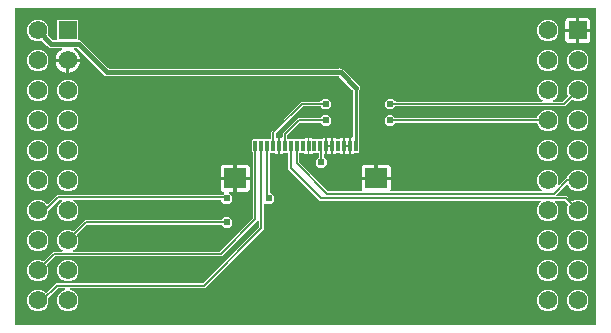
<source format=gbr>
G04 EAGLE Gerber RS-274X export*
G75*
%MOMM*%
%FSLAX34Y34*%
%LPD*%
%INTop Copper*%
%IPPOS*%
%AMOC8*
5,1,8,0,0,1.08239X$1,22.5*%
G01*
%ADD10R,1.575000X1.575000*%
%ADD11C,1.575000*%
%ADD12R,1.940000X1.800000*%
%ADD13R,0.300000X0.900000*%
%ADD14C,0.152400*%
%ADD15C,0.610000*%
%ADD16C,0.406400*%
%ADD17C,0.254000*%

G36*
X493937Y2004D02*
X493937Y2004D01*
X493957Y2002D01*
X494058Y2024D01*
X494160Y2040D01*
X494178Y2050D01*
X494197Y2054D01*
X494286Y2107D01*
X494377Y2156D01*
X494391Y2170D01*
X494408Y2180D01*
X494476Y2259D01*
X494547Y2334D01*
X494555Y2352D01*
X494568Y2367D01*
X494607Y2463D01*
X494650Y2557D01*
X494653Y2577D01*
X494660Y2595D01*
X494678Y2762D01*
X494678Y270062D01*
X494675Y270082D01*
X494677Y270101D01*
X494655Y270203D01*
X494639Y270305D01*
X494629Y270322D01*
X494625Y270342D01*
X494572Y270431D01*
X494524Y270522D01*
X494509Y270536D01*
X494499Y270553D01*
X494420Y270620D01*
X494345Y270691D01*
X494327Y270700D01*
X494312Y270713D01*
X494216Y270752D01*
X494122Y270795D01*
X494102Y270797D01*
X494084Y270805D01*
X493917Y270823D01*
X2762Y270823D01*
X2742Y270820D01*
X2723Y270822D01*
X2621Y270800D01*
X2519Y270783D01*
X2502Y270774D01*
X2482Y270770D01*
X2393Y270717D01*
X2302Y270668D01*
X2288Y270654D01*
X2271Y270644D01*
X2204Y270565D01*
X2132Y270490D01*
X2124Y270472D01*
X2111Y270457D01*
X2072Y270361D01*
X2029Y270267D01*
X2027Y270247D01*
X2019Y270229D01*
X2001Y270062D01*
X2001Y2762D01*
X2004Y2742D01*
X2002Y2723D01*
X2024Y2621D01*
X2040Y2519D01*
X2050Y2502D01*
X2054Y2482D01*
X2107Y2393D01*
X2156Y2302D01*
X2170Y2288D01*
X2180Y2271D01*
X2259Y2204D01*
X2334Y2132D01*
X2352Y2124D01*
X2367Y2111D01*
X2463Y2072D01*
X2557Y2029D01*
X2577Y2027D01*
X2595Y2019D01*
X2762Y2001D01*
X493917Y2001D01*
X493937Y2004D01*
G37*
%LPC*%
G36*
X19771Y13714D02*
X19771Y13714D01*
X16409Y15107D01*
X13837Y17679D01*
X12444Y21041D01*
X12444Y24679D01*
X13837Y28041D01*
X16409Y30613D01*
X19771Y32006D01*
X23409Y32006D01*
X26771Y30613D01*
X27966Y29418D01*
X27982Y29406D01*
X27995Y29391D01*
X28082Y29335D01*
X28166Y29274D01*
X28185Y29269D01*
X28202Y29258D01*
X28302Y29232D01*
X28401Y29202D01*
X28421Y29203D01*
X28440Y29198D01*
X28543Y29206D01*
X28647Y29208D01*
X28666Y29215D01*
X28685Y29217D01*
X28780Y29257D01*
X28878Y29293D01*
X28893Y29305D01*
X28912Y29313D01*
X29043Y29418D01*
X35551Y35926D01*
X36964Y37340D01*
X161150Y37340D01*
X161240Y37354D01*
X161331Y37362D01*
X161360Y37374D01*
X161392Y37379D01*
X161473Y37422D01*
X161557Y37458D01*
X161589Y37484D01*
X161610Y37495D01*
X161632Y37518D01*
X161688Y37563D01*
X208750Y84625D01*
X208803Y84699D01*
X208863Y84768D01*
X208875Y84798D01*
X208894Y84825D01*
X208920Y84912D01*
X208955Y84996D01*
X208959Y85037D01*
X208966Y85060D01*
X208965Y85092D01*
X208973Y85163D01*
X208973Y89961D01*
X208962Y90031D01*
X208960Y90103D01*
X208942Y90152D01*
X208933Y90203D01*
X208900Y90267D01*
X208875Y90334D01*
X208843Y90375D01*
X208818Y90421D01*
X208766Y90470D01*
X208722Y90526D01*
X208678Y90554D01*
X208640Y90590D01*
X208575Y90620D01*
X208515Y90659D01*
X208464Y90672D01*
X208417Y90694D01*
X208346Y90702D01*
X208276Y90719D01*
X208224Y90715D01*
X208172Y90721D01*
X208102Y90706D01*
X208031Y90700D01*
X207983Y90680D01*
X207932Y90669D01*
X207870Y90632D01*
X207805Y90604D01*
X207749Y90559D01*
X207721Y90542D01*
X207706Y90525D01*
X207674Y90499D01*
X206531Y89356D01*
X177372Y60197D01*
X36717Y60197D01*
X36627Y60183D01*
X36536Y60175D01*
X36507Y60163D01*
X36475Y60158D01*
X36394Y60115D01*
X36310Y60079D01*
X36278Y60053D01*
X36257Y60042D01*
X36235Y60019D01*
X36179Y59974D01*
X29791Y53587D01*
X29723Y53492D01*
X29654Y53398D01*
X29652Y53392D01*
X29648Y53387D01*
X29613Y53275D01*
X29577Y53164D01*
X29577Y53158D01*
X29576Y53152D01*
X29579Y53035D01*
X29580Y52918D01*
X29582Y52911D01*
X29582Y52906D01*
X29588Y52889D01*
X29626Y52757D01*
X30736Y50079D01*
X30736Y46441D01*
X29343Y43079D01*
X26771Y40507D01*
X23409Y39114D01*
X19771Y39114D01*
X16409Y40507D01*
X13837Y43079D01*
X12444Y46441D01*
X12444Y50079D01*
X13837Y53441D01*
X16409Y56013D01*
X19771Y57406D01*
X23409Y57406D01*
X26087Y56296D01*
X26201Y56270D01*
X26314Y56241D01*
X26321Y56242D01*
X26327Y56240D01*
X26443Y56251D01*
X26559Y56260D01*
X26565Y56263D01*
X26572Y56263D01*
X26679Y56311D01*
X26786Y56357D01*
X26792Y56361D01*
X26796Y56363D01*
X26810Y56376D01*
X26917Y56461D01*
X33304Y62849D01*
X34718Y64263D01*
X41951Y64263D01*
X42047Y64278D01*
X42144Y64288D01*
X42168Y64298D01*
X42194Y64302D01*
X42280Y64348D01*
X42369Y64388D01*
X42388Y64405D01*
X42411Y64418D01*
X42478Y64488D01*
X42550Y64554D01*
X42563Y64577D01*
X42581Y64596D01*
X42622Y64684D01*
X42669Y64770D01*
X42673Y64795D01*
X42684Y64819D01*
X42695Y64916D01*
X42712Y65012D01*
X42708Y65038D01*
X42711Y65063D01*
X42691Y65158D01*
X42676Y65255D01*
X42665Y65278D01*
X42659Y65304D01*
X42609Y65387D01*
X42565Y65474D01*
X42546Y65493D01*
X42533Y65515D01*
X42459Y65578D01*
X42389Y65646D01*
X42361Y65662D01*
X42346Y65675D01*
X42315Y65687D01*
X42242Y65727D01*
X41809Y65907D01*
X39237Y68479D01*
X37844Y71841D01*
X37844Y75479D01*
X39237Y78841D01*
X41809Y81413D01*
X45171Y82806D01*
X48809Y82806D01*
X51487Y81696D01*
X51601Y81670D01*
X51714Y81641D01*
X51721Y81642D01*
X51727Y81640D01*
X51843Y81651D01*
X51959Y81660D01*
X51965Y81663D01*
X51972Y81663D01*
X52079Y81711D01*
X52186Y81757D01*
X52192Y81761D01*
X52196Y81763D01*
X52210Y81776D01*
X52317Y81861D01*
X61388Y90933D01*
X176858Y90933D01*
X176948Y90947D01*
X177039Y90955D01*
X177069Y90967D01*
X177101Y90972D01*
X177181Y91015D01*
X177265Y91051D01*
X177297Y91077D01*
X177318Y91088D01*
X177340Y91111D01*
X177396Y91156D01*
X179715Y93475D01*
X183505Y93475D01*
X186185Y90795D01*
X186185Y87005D01*
X183505Y84325D01*
X179715Y84325D01*
X177396Y86644D01*
X177322Y86697D01*
X177253Y86757D01*
X177222Y86769D01*
X177196Y86788D01*
X177109Y86815D01*
X177024Y86849D01*
X176984Y86853D01*
X176961Y86860D01*
X176929Y86859D01*
X176858Y86867D01*
X63387Y86867D01*
X63297Y86853D01*
X63206Y86845D01*
X63177Y86833D01*
X63145Y86828D01*
X63064Y86785D01*
X62980Y86749D01*
X62948Y86723D01*
X62927Y86712D01*
X62905Y86689D01*
X62849Y86644D01*
X55191Y78987D01*
X55123Y78892D01*
X55054Y78798D01*
X55052Y78792D01*
X55048Y78787D01*
X55014Y78676D01*
X54977Y78564D01*
X54977Y78558D01*
X54976Y78552D01*
X54979Y78435D01*
X54980Y78318D01*
X54982Y78311D01*
X54982Y78306D01*
X54988Y78289D01*
X55026Y78157D01*
X56136Y75479D01*
X56136Y71841D01*
X54743Y68479D01*
X52171Y65907D01*
X51738Y65727D01*
X51655Y65676D01*
X51569Y65630D01*
X51551Y65611D01*
X51529Y65598D01*
X51467Y65523D01*
X51399Y65452D01*
X51388Y65428D01*
X51372Y65408D01*
X51337Y65317D01*
X51296Y65229D01*
X51293Y65203D01*
X51284Y65179D01*
X51279Y65081D01*
X51269Y64985D01*
X51274Y64959D01*
X51273Y64933D01*
X51300Y64839D01*
X51321Y64744D01*
X51334Y64722D01*
X51342Y64697D01*
X51397Y64617D01*
X51447Y64533D01*
X51467Y64516D01*
X51482Y64495D01*
X51560Y64437D01*
X51634Y64373D01*
X51658Y64363D01*
X51679Y64348D01*
X51772Y64318D01*
X51862Y64281D01*
X51895Y64278D01*
X51913Y64272D01*
X51946Y64272D01*
X52029Y64263D01*
X175373Y64263D01*
X175463Y64277D01*
X175554Y64285D01*
X175583Y64297D01*
X175615Y64302D01*
X175696Y64345D01*
X175780Y64381D01*
X175812Y64407D01*
X175833Y64418D01*
X175855Y64441D01*
X175911Y64486D01*
X203656Y92231D01*
X203709Y92305D01*
X203769Y92374D01*
X203781Y92405D01*
X203800Y92431D01*
X203827Y92518D01*
X203861Y92603D01*
X203865Y92644D01*
X203872Y92666D01*
X203871Y92698D01*
X203879Y92769D01*
X203879Y147568D01*
X203865Y147659D01*
X203857Y147749D01*
X203845Y147779D01*
X203840Y147811D01*
X203797Y147892D01*
X203761Y147976D01*
X203735Y148008D01*
X203724Y148029D01*
X203701Y148051D01*
X203656Y148107D01*
X203141Y148622D01*
X203141Y158674D01*
X203886Y159419D01*
X207961Y159419D01*
X207990Y159400D01*
X208073Y159340D01*
X208092Y159334D01*
X208109Y159323D01*
X208210Y159298D01*
X208308Y159268D01*
X208328Y159268D01*
X208348Y159263D01*
X208451Y159271D01*
X208554Y159274D01*
X208573Y159281D01*
X208593Y159282D01*
X208688Y159323D01*
X208785Y159358D01*
X208801Y159371D01*
X208819Y159379D01*
X208870Y159419D01*
X212961Y159419D01*
X212990Y159400D01*
X213073Y159340D01*
X213092Y159334D01*
X213109Y159323D01*
X213210Y159298D01*
X213308Y159268D01*
X213328Y159268D01*
X213348Y159263D01*
X213451Y159271D01*
X213554Y159274D01*
X213573Y159281D01*
X213593Y159282D01*
X213688Y159323D01*
X213785Y159358D01*
X213801Y159371D01*
X213819Y159379D01*
X213870Y159419D01*
X218118Y159419D01*
X218138Y159422D01*
X218157Y159420D01*
X218259Y159442D01*
X218361Y159459D01*
X218378Y159468D01*
X218398Y159472D01*
X218487Y159525D01*
X218578Y159574D01*
X218592Y159588D01*
X218609Y159598D01*
X218676Y159677D01*
X218748Y159752D01*
X218756Y159770D01*
X218769Y159785D01*
X218808Y159881D01*
X218851Y159975D01*
X218853Y159995D01*
X218861Y160013D01*
X218879Y160180D01*
X218879Y165874D01*
X244268Y191263D01*
X260678Y191263D01*
X260768Y191277D01*
X260859Y191285D01*
X260889Y191297D01*
X260921Y191302D01*
X261001Y191345D01*
X261085Y191381D01*
X261117Y191407D01*
X261138Y191418D01*
X261160Y191441D01*
X261216Y191486D01*
X263535Y193805D01*
X267325Y193805D01*
X270005Y191125D01*
X270005Y187335D01*
X267325Y184655D01*
X263535Y184655D01*
X261216Y186974D01*
X261142Y187027D01*
X261073Y187087D01*
X261042Y187099D01*
X261016Y187118D01*
X260929Y187145D01*
X260844Y187179D01*
X260804Y187183D01*
X260781Y187190D01*
X260749Y187189D01*
X260678Y187197D01*
X246267Y187197D01*
X246177Y187183D01*
X246086Y187175D01*
X246057Y187163D01*
X246025Y187158D01*
X245944Y187115D01*
X245860Y187079D01*
X245828Y187053D01*
X245807Y187042D01*
X245785Y187019D01*
X245729Y186974D01*
X223168Y164413D01*
X223115Y164339D01*
X223055Y164270D01*
X223043Y164239D01*
X223024Y164213D01*
X222997Y164126D01*
X222963Y164041D01*
X222959Y164000D01*
X222952Y163978D01*
X222953Y163946D01*
X222945Y163875D01*
X222945Y161377D01*
X222964Y161261D01*
X222982Y161142D01*
X222984Y161139D01*
X222984Y161135D01*
X223040Y161030D01*
X223095Y160924D01*
X223098Y160921D01*
X223100Y160917D01*
X223185Y160836D01*
X223271Y160753D01*
X223275Y160751D01*
X223278Y160748D01*
X223385Y160698D01*
X223493Y160646D01*
X223497Y160646D01*
X223501Y160644D01*
X223619Y160631D01*
X223737Y160617D01*
X223742Y160618D01*
X223745Y160617D01*
X223759Y160620D01*
X223903Y160642D01*
X224078Y160689D01*
X225151Y160689D01*
X225151Y153648D01*
X225151Y146607D01*
X224078Y146607D01*
X223431Y146781D01*
X222852Y147115D01*
X222313Y147654D01*
X222239Y147708D01*
X222169Y147767D01*
X222139Y147779D01*
X222113Y147798D01*
X222026Y147825D01*
X221941Y147859D01*
X221900Y147863D01*
X221878Y147870D01*
X221846Y147869D01*
X221774Y147877D01*
X218706Y147877D01*
X218686Y147874D01*
X218667Y147876D01*
X218565Y147854D01*
X218463Y147838D01*
X218446Y147828D01*
X218426Y147824D01*
X218337Y147771D01*
X218246Y147723D01*
X218232Y147708D01*
X218215Y147698D01*
X218148Y147619D01*
X218076Y147544D01*
X218068Y147526D01*
X218055Y147511D01*
X218016Y147415D01*
X217973Y147321D01*
X217971Y147301D01*
X217963Y147283D01*
X217945Y147116D01*
X217945Y114556D01*
X217948Y114536D01*
X217946Y114517D01*
X217968Y114415D01*
X217984Y114313D01*
X217994Y114296D01*
X217998Y114276D01*
X218051Y114187D01*
X218100Y114096D01*
X218114Y114082D01*
X218124Y114065D01*
X218203Y113998D01*
X218278Y113926D01*
X218296Y113918D01*
X218311Y113905D01*
X218407Y113866D01*
X218501Y113823D01*
X218521Y113821D01*
X218539Y113813D01*
X218706Y113795D01*
X219065Y113795D01*
X221745Y111115D01*
X221745Y107325D01*
X219065Y104645D01*
X215275Y104645D01*
X214338Y105582D01*
X214280Y105624D01*
X214228Y105673D01*
X214181Y105695D01*
X214138Y105726D01*
X214070Y105747D01*
X214005Y105777D01*
X213953Y105783D01*
X213903Y105798D01*
X213832Y105796D01*
X213760Y105804D01*
X213710Y105793D01*
X213657Y105792D01*
X213590Y105767D01*
X213520Y105752D01*
X213475Y105725D01*
X213426Y105707D01*
X213370Y105662D01*
X213309Y105626D01*
X213275Y105586D01*
X213234Y105554D01*
X213196Y105493D01*
X213149Y105439D01*
X213130Y105390D01*
X213101Y105347D01*
X213084Y105277D01*
X213057Y105211D01*
X213049Y105139D01*
X213041Y105108D01*
X213043Y105085D01*
X213039Y105044D01*
X213039Y83164D01*
X163149Y33274D01*
X49574Y33274D01*
X49478Y33259D01*
X49381Y33249D01*
X49357Y33239D01*
X49331Y33235D01*
X49245Y33189D01*
X49156Y33149D01*
X49137Y33132D01*
X49114Y33119D01*
X49047Y33049D01*
X48975Y32983D01*
X48962Y32960D01*
X48944Y32941D01*
X48903Y32853D01*
X48856Y32767D01*
X48852Y32742D01*
X48841Y32718D01*
X48830Y32621D01*
X48813Y32525D01*
X48816Y32499D01*
X48813Y32474D01*
X48834Y32378D01*
X48848Y32282D01*
X48860Y32259D01*
X48866Y32233D01*
X48916Y32150D01*
X48960Y32063D01*
X48979Y32044D01*
X48992Y32022D01*
X49066Y31959D01*
X49135Y31891D01*
X49164Y31875D01*
X49179Y31862D01*
X49210Y31850D01*
X49282Y31810D01*
X52171Y30613D01*
X54743Y28041D01*
X56136Y24679D01*
X56136Y21041D01*
X54743Y17679D01*
X52171Y15107D01*
X48809Y13714D01*
X45171Y13714D01*
X41809Y15107D01*
X39237Y17679D01*
X37844Y21041D01*
X37844Y24679D01*
X39237Y28041D01*
X41809Y30613D01*
X44698Y31810D01*
X44780Y31861D01*
X44866Y31907D01*
X44884Y31926D01*
X44907Y31939D01*
X44969Y32014D01*
X45036Y32085D01*
X45047Y32109D01*
X45063Y32129D01*
X45098Y32220D01*
X45139Y32308D01*
X45142Y32334D01*
X45152Y32358D01*
X45156Y32456D01*
X45167Y32552D01*
X45161Y32578D01*
X45162Y32604D01*
X45135Y32698D01*
X45114Y32793D01*
X45101Y32815D01*
X45094Y32840D01*
X45038Y32920D01*
X44988Y33004D01*
X44968Y33021D01*
X44953Y33042D01*
X44875Y33101D01*
X44801Y33164D01*
X44777Y33174D01*
X44756Y33189D01*
X44663Y33219D01*
X44573Y33256D01*
X44541Y33259D01*
X44522Y33265D01*
X44489Y33265D01*
X44406Y33274D01*
X38964Y33274D01*
X38874Y33260D01*
X38783Y33252D01*
X38753Y33240D01*
X38721Y33235D01*
X38640Y33192D01*
X38556Y33156D01*
X38524Y33130D01*
X38504Y33119D01*
X38481Y33096D01*
X38425Y33051D01*
X30896Y25521D01*
X30827Y25427D01*
X30758Y25333D01*
X30756Y25327D01*
X30752Y25322D01*
X30717Y25210D01*
X30681Y25099D01*
X30681Y25093D01*
X30680Y25087D01*
X30683Y24970D01*
X30684Y24853D01*
X30686Y24846D01*
X30686Y24841D01*
X30692Y24823D01*
X30731Y24692D01*
X30736Y24679D01*
X30736Y21041D01*
X29343Y17679D01*
X26771Y15107D01*
X23409Y13714D01*
X19771Y13714D01*
G37*
%LPD*%
%LPC*%
G36*
X451571Y89914D02*
X451571Y89914D01*
X448209Y91307D01*
X445637Y93879D01*
X444244Y97241D01*
X444244Y100879D01*
X445637Y104241D01*
X447284Y105888D01*
X447326Y105946D01*
X447375Y105998D01*
X447397Y106045D01*
X447427Y106087D01*
X447448Y106156D01*
X447479Y106221D01*
X447484Y106273D01*
X447500Y106323D01*
X447498Y106394D01*
X447506Y106465D01*
X447495Y106516D01*
X447493Y106568D01*
X447469Y106636D01*
X447453Y106706D01*
X447427Y106751D01*
X447409Y106799D01*
X447364Y106855D01*
X447327Y106917D01*
X447288Y106951D01*
X447255Y106991D01*
X447195Y107030D01*
X447140Y107077D01*
X447092Y107096D01*
X447048Y107124D01*
X446979Y107142D01*
X446912Y107169D01*
X446841Y107177D01*
X446810Y107185D01*
X446786Y107183D01*
X446745Y107187D01*
X260778Y107187D01*
X233879Y134086D01*
X233879Y147116D01*
X233876Y147136D01*
X233878Y147156D01*
X233856Y147257D01*
X233840Y147359D01*
X233830Y147376D01*
X233826Y147396D01*
X233773Y147485D01*
X233724Y147576D01*
X233710Y147590D01*
X233700Y147607D01*
X233621Y147674D01*
X233546Y147746D01*
X233528Y147754D01*
X233513Y147767D01*
X233417Y147806D01*
X233323Y147849D01*
X233303Y147851D01*
X233285Y147859D01*
X233118Y147877D01*
X230050Y147877D01*
X229960Y147863D01*
X229869Y147856D01*
X229839Y147843D01*
X229807Y147838D01*
X229726Y147795D01*
X229642Y147759D01*
X229610Y147734D01*
X229590Y147723D01*
X229567Y147699D01*
X229511Y147654D01*
X228972Y147115D01*
X228393Y146781D01*
X227747Y146607D01*
X226673Y146607D01*
X226673Y153648D01*
X226673Y160689D01*
X227747Y160689D01*
X227921Y160642D01*
X228040Y160630D01*
X228157Y160617D01*
X228162Y160618D01*
X228166Y160618D01*
X228281Y160644D01*
X228398Y160669D01*
X228401Y160672D01*
X228405Y160673D01*
X228506Y160734D01*
X228609Y160796D01*
X228612Y160799D01*
X228615Y160801D01*
X228690Y160891D01*
X228769Y160983D01*
X228770Y160986D01*
X228773Y160990D01*
X228816Y161099D01*
X228861Y161211D01*
X228861Y161216D01*
X228863Y161219D01*
X228863Y161232D01*
X228879Y161377D01*
X228879Y164444D01*
X241728Y177293D01*
X260678Y177293D01*
X260768Y177307D01*
X260859Y177315D01*
X260889Y177327D01*
X260921Y177332D01*
X261001Y177375D01*
X261085Y177411D01*
X261117Y177437D01*
X261138Y177448D01*
X261160Y177471D01*
X261216Y177516D01*
X263535Y179835D01*
X267325Y179835D01*
X270005Y177155D01*
X270005Y173365D01*
X267325Y170685D01*
X263535Y170685D01*
X261216Y173004D01*
X261142Y173057D01*
X261073Y173117D01*
X261042Y173129D01*
X261016Y173148D01*
X260929Y173175D01*
X260844Y173209D01*
X260804Y173213D01*
X260781Y173220D01*
X260749Y173219D01*
X260678Y173227D01*
X243727Y173227D01*
X243637Y173213D01*
X243546Y173205D01*
X243517Y173193D01*
X243485Y173188D01*
X243404Y173145D01*
X243320Y173109D01*
X243288Y173083D01*
X243267Y173072D01*
X243245Y173049D01*
X243189Y173004D01*
X233168Y162983D01*
X233115Y162909D01*
X233055Y162840D01*
X233043Y162809D01*
X233024Y162783D01*
X232997Y162696D01*
X232963Y162611D01*
X232959Y162570D01*
X232952Y162548D01*
X232953Y162516D01*
X232945Y162445D01*
X232945Y160180D01*
X232948Y160160D01*
X232946Y160141D01*
X232968Y160039D01*
X232984Y159937D01*
X232994Y159920D01*
X232998Y159900D01*
X233051Y159811D01*
X233100Y159720D01*
X233114Y159706D01*
X233124Y159689D01*
X233203Y159622D01*
X233278Y159551D01*
X233296Y159542D01*
X233311Y159529D01*
X233407Y159490D01*
X233501Y159447D01*
X233521Y159445D01*
X233539Y159437D01*
X233706Y159419D01*
X237961Y159419D01*
X237990Y159400D01*
X238073Y159340D01*
X238092Y159334D01*
X238109Y159323D01*
X238210Y159298D01*
X238308Y159268D01*
X238328Y159268D01*
X238348Y159263D01*
X238451Y159271D01*
X238554Y159274D01*
X238573Y159281D01*
X238593Y159282D01*
X238688Y159323D01*
X238785Y159358D01*
X238801Y159371D01*
X238819Y159379D01*
X238870Y159419D01*
X242961Y159419D01*
X242990Y159400D01*
X243073Y159340D01*
X243092Y159334D01*
X243109Y159323D01*
X243210Y159298D01*
X243308Y159268D01*
X243328Y159268D01*
X243348Y159263D01*
X243451Y159271D01*
X243554Y159274D01*
X243573Y159281D01*
X243593Y159282D01*
X243688Y159323D01*
X243785Y159358D01*
X243801Y159371D01*
X243819Y159379D01*
X243870Y159419D01*
X246774Y159419D01*
X246864Y159434D01*
X246955Y159441D01*
X246985Y159453D01*
X247017Y159459D01*
X247098Y159501D01*
X247182Y159537D01*
X247214Y159563D01*
X247234Y159574D01*
X247257Y159597D01*
X247313Y159642D01*
X247852Y160181D01*
X248431Y160516D01*
X249078Y160689D01*
X250151Y160689D01*
X250151Y153648D01*
X250151Y146607D01*
X249078Y146607D01*
X248431Y146781D01*
X247852Y147115D01*
X247313Y147654D01*
X247239Y147708D01*
X247169Y147767D01*
X247139Y147779D01*
X247113Y147798D01*
X247026Y147825D01*
X246941Y147859D01*
X246900Y147863D01*
X246878Y147870D01*
X246846Y147869D01*
X246774Y147877D01*
X243706Y147877D01*
X243686Y147874D01*
X243667Y147876D01*
X243565Y147854D01*
X243463Y147838D01*
X243446Y147828D01*
X243426Y147824D01*
X243337Y147771D01*
X243246Y147723D01*
X243232Y147708D01*
X243215Y147698D01*
X243148Y147619D01*
X243076Y147544D01*
X243068Y147526D01*
X243055Y147511D01*
X243016Y147415D01*
X242973Y147321D01*
X242971Y147301D01*
X242963Y147283D01*
X242945Y147116D01*
X242945Y139975D01*
X242959Y139885D01*
X242967Y139794D01*
X242979Y139765D01*
X242984Y139733D01*
X243027Y139652D01*
X243063Y139568D01*
X243089Y139536D01*
X243100Y139515D01*
X243123Y139493D01*
X243168Y139437D01*
X267066Y115539D01*
X267140Y115486D01*
X267209Y115426D01*
X267240Y115414D01*
X267266Y115395D01*
X267353Y115368D01*
X267438Y115334D01*
X267479Y115330D01*
X267501Y115323D01*
X267533Y115324D01*
X267604Y115316D01*
X295331Y115316D01*
X295447Y115335D01*
X295565Y115353D01*
X295569Y115355D01*
X295573Y115355D01*
X295678Y115411D01*
X295784Y115466D01*
X295787Y115469D01*
X295791Y115471D01*
X295873Y115557D01*
X295955Y115642D01*
X295957Y115646D01*
X295960Y115649D01*
X296010Y115757D01*
X296061Y115864D01*
X296062Y115868D01*
X296064Y115872D01*
X296077Y115990D01*
X296091Y116108D01*
X296090Y116113D01*
X296091Y116116D01*
X296088Y116130D01*
X296066Y116274D01*
X295921Y116814D01*
X295921Y124625D01*
X307400Y124625D01*
X307420Y124628D01*
X307439Y124626D01*
X307541Y124648D01*
X307643Y124665D01*
X307660Y124674D01*
X307680Y124678D01*
X307769Y124731D01*
X307860Y124780D01*
X307874Y124794D01*
X307891Y124804D01*
X307958Y124883D01*
X308029Y124958D01*
X308038Y124976D01*
X308051Y124991D01*
X308090Y125088D01*
X308133Y125181D01*
X308135Y125201D01*
X308143Y125219D01*
X308161Y125386D01*
X308161Y126149D01*
X308163Y126149D01*
X308163Y125386D01*
X308166Y125366D01*
X308164Y125347D01*
X308186Y125245D01*
X308203Y125143D01*
X308212Y125126D01*
X308216Y125106D01*
X308269Y125017D01*
X308318Y124926D01*
X308332Y124912D01*
X308342Y124895D01*
X308421Y124828D01*
X308496Y124757D01*
X308514Y124748D01*
X308529Y124735D01*
X308625Y124697D01*
X308719Y124653D01*
X308739Y124651D01*
X308757Y124643D01*
X308924Y124625D01*
X320403Y124625D01*
X320403Y116814D01*
X320258Y116274D01*
X320246Y116152D01*
X320233Y116038D01*
X320234Y116033D01*
X320234Y116029D01*
X320260Y115913D01*
X320285Y115797D01*
X320288Y115794D01*
X320289Y115790D01*
X320351Y115688D01*
X320412Y115586D01*
X320415Y115583D01*
X320417Y115580D01*
X320508Y115503D01*
X320599Y115426D01*
X320602Y115425D01*
X320606Y115422D01*
X320716Y115379D01*
X320827Y115334D01*
X320832Y115334D01*
X320835Y115332D01*
X320848Y115332D01*
X320993Y115316D01*
X447762Y115316D01*
X447833Y115327D01*
X447905Y115329D01*
X447954Y115347D01*
X448005Y115355D01*
X448069Y115389D01*
X448136Y115414D01*
X448177Y115446D01*
X448223Y115471D01*
X448272Y115523D01*
X448328Y115567D01*
X448356Y115611D01*
X448392Y115649D01*
X448422Y115714D01*
X448461Y115774D01*
X448474Y115825D01*
X448496Y115872D01*
X448503Y115943D01*
X448521Y116013D01*
X448517Y116065D01*
X448523Y116116D01*
X448507Y116187D01*
X448502Y116258D01*
X448482Y116306D01*
X448470Y116357D01*
X448434Y116418D01*
X448406Y116484D01*
X448361Y116540D01*
X448344Y116568D01*
X448326Y116583D01*
X448301Y116615D01*
X445637Y119279D01*
X444244Y122641D01*
X444244Y126279D01*
X445637Y129641D01*
X448209Y132213D01*
X451571Y133606D01*
X455209Y133606D01*
X458571Y132213D01*
X461143Y129641D01*
X462536Y126279D01*
X462536Y122641D01*
X462083Y121549D01*
X462061Y121454D01*
X462032Y121361D01*
X462033Y121335D01*
X462027Y121309D01*
X462036Y121212D01*
X462039Y121115D01*
X462048Y121090D01*
X462050Y121064D01*
X462090Y120976D01*
X462123Y120884D01*
X462140Y120863D01*
X462150Y120840D01*
X462216Y120768D01*
X462277Y120692D01*
X462299Y120678D01*
X462317Y120658D01*
X462402Y120611D01*
X462484Y120559D01*
X462509Y120552D01*
X462532Y120540D01*
X462628Y120522D01*
X462722Y120499D01*
X462748Y120501D01*
X462774Y120496D01*
X462871Y120510D01*
X462968Y120518D01*
X462992Y120528D01*
X463018Y120532D01*
X463105Y120576D01*
X463194Y120614D01*
X463219Y120635D01*
X463237Y120643D01*
X463260Y120667D01*
X463325Y120719D01*
X467685Y125079D01*
X469099Y126493D01*
X469224Y126493D01*
X469339Y126512D01*
X469455Y126529D01*
X469461Y126531D01*
X469467Y126532D01*
X469569Y126587D01*
X469674Y126640D01*
X469679Y126645D01*
X469684Y126648D01*
X469764Y126732D01*
X469847Y126816D01*
X469850Y126822D01*
X469854Y126826D01*
X469861Y126843D01*
X469927Y126963D01*
X471037Y129641D01*
X473609Y132213D01*
X476971Y133606D01*
X480609Y133606D01*
X483971Y132213D01*
X486543Y129641D01*
X487936Y126279D01*
X487936Y122641D01*
X486543Y119279D01*
X483971Y116707D01*
X480609Y115314D01*
X476971Y115314D01*
X473609Y116707D01*
X471037Y119279D01*
X470476Y120632D01*
X470452Y120671D01*
X470436Y120714D01*
X470388Y120775D01*
X470347Y120841D01*
X470311Y120871D01*
X470283Y120906D01*
X470217Y120949D01*
X470157Y120998D01*
X470114Y121015D01*
X470076Y121039D01*
X470000Y121059D01*
X469928Y121086D01*
X469882Y121088D01*
X469837Y121100D01*
X469760Y121094D01*
X469682Y121097D01*
X469638Y121084D01*
X469592Y121080D01*
X469520Y121050D01*
X469446Y121028D01*
X469408Y121002D01*
X469366Y120984D01*
X469259Y120899D01*
X469243Y120888D01*
X469240Y120884D01*
X469235Y120879D01*
X461019Y112664D01*
X460908Y112552D01*
X460866Y112494D01*
X460816Y112442D01*
X460794Y112395D01*
X460764Y112353D01*
X460743Y112284D01*
X460713Y112219D01*
X460707Y112167D01*
X460692Y112118D01*
X460694Y112046D01*
X460686Y111975D01*
X460697Y111924D01*
X460698Y111872D01*
X460723Y111804D01*
X460738Y111734D01*
X460765Y111689D01*
X460782Y111641D01*
X460827Y111585D01*
X460864Y111523D01*
X460904Y111489D01*
X460936Y111449D01*
X460997Y111410D01*
X461051Y111363D01*
X461099Y111344D01*
X461143Y111316D01*
X461212Y111298D01*
X461279Y111271D01*
X461350Y111263D01*
X461382Y111255D01*
X461405Y111257D01*
X461446Y111253D01*
X469472Y111253D01*
X470886Y109839D01*
X473463Y107261D01*
X473553Y107197D01*
X473592Y107164D01*
X473605Y107158D01*
X473652Y107124D01*
X473658Y107122D01*
X473663Y107118D01*
X473774Y107084D01*
X473886Y107047D01*
X473892Y107047D01*
X473898Y107046D01*
X474015Y107049D01*
X474132Y107050D01*
X474139Y107052D01*
X474144Y107052D01*
X474161Y107058D01*
X474293Y107096D01*
X476971Y108206D01*
X480609Y108206D01*
X483971Y106813D01*
X486543Y104241D01*
X487936Y100879D01*
X487936Y97241D01*
X486543Y93879D01*
X483971Y91307D01*
X480609Y89914D01*
X476971Y89914D01*
X473609Y91307D01*
X471037Y93879D01*
X469644Y97241D01*
X469644Y100879D01*
X470754Y103557D01*
X470780Y103671D01*
X470809Y103784D01*
X470808Y103791D01*
X470810Y103797D01*
X470799Y103913D01*
X470790Y104029D01*
X470787Y104035D01*
X470787Y104042D01*
X470739Y104149D01*
X470693Y104256D01*
X470689Y104262D01*
X470687Y104266D01*
X470674Y104280D01*
X470589Y104387D01*
X468011Y106964D01*
X467937Y107017D01*
X467868Y107077D01*
X467837Y107089D01*
X467811Y107108D01*
X467724Y107135D01*
X467639Y107169D01*
X467598Y107173D01*
X467576Y107180D01*
X467544Y107179D01*
X467473Y107187D01*
X460035Y107187D01*
X459964Y107176D01*
X459892Y107174D01*
X459843Y107156D01*
X459792Y107148D01*
X459728Y107114D01*
X459661Y107089D01*
X459620Y107057D01*
X459574Y107032D01*
X459525Y106980D01*
X459469Y106936D01*
X459441Y106892D01*
X459405Y106854D01*
X459375Y106789D01*
X459336Y106729D01*
X459323Y106678D01*
X459301Y106631D01*
X459294Y106560D01*
X459276Y106490D01*
X459280Y106438D01*
X459274Y106387D01*
X459290Y106316D01*
X459295Y106245D01*
X459315Y106197D01*
X459327Y106146D01*
X459363Y106085D01*
X459391Y106019D01*
X459436Y105963D01*
X459453Y105935D01*
X459471Y105920D01*
X459496Y105888D01*
X461143Y104241D01*
X462536Y100879D01*
X462536Y97241D01*
X461143Y93879D01*
X458571Y91307D01*
X455209Y89914D01*
X451571Y89914D01*
G37*
%LPD*%
%LPC*%
G36*
X286673Y146607D02*
X286673Y146607D01*
X286673Y153648D01*
X286673Y160689D01*
X287598Y160689D01*
X287618Y160692D01*
X287638Y160690D01*
X287739Y160712D01*
X287840Y160729D01*
X287859Y160738D01*
X287879Y160743D01*
X287967Y160795D01*
X288058Y160844D01*
X288072Y160859D01*
X288090Y160869D01*
X288156Y160947D01*
X288227Y161022D01*
X288236Y161041D01*
X288249Y161056D01*
X288288Y161152D01*
X288331Y161245D01*
X288333Y161265D01*
X288341Y161285D01*
X288359Y161451D01*
X288293Y200180D01*
X288280Y200261D01*
X288275Y200343D01*
X288260Y200382D01*
X288253Y200423D01*
X288215Y200495D01*
X288184Y200571D01*
X288151Y200615D01*
X288138Y200640D01*
X288117Y200660D01*
X288083Y200705D01*
X276943Y212362D01*
X276863Y212422D01*
X276787Y212487D01*
X276765Y212496D01*
X276746Y212510D01*
X276652Y212541D01*
X276559Y212579D01*
X276530Y212582D01*
X276513Y212588D01*
X276480Y212588D01*
X276392Y212597D01*
X78683Y212597D01*
X55029Y236251D01*
X54955Y236304D01*
X54885Y236364D01*
X54855Y236376D01*
X54829Y236395D01*
X54742Y236422D01*
X54657Y236456D01*
X54616Y236460D01*
X54594Y236467D01*
X54562Y236466D01*
X54490Y236474D01*
X52664Y236474D01*
X52597Y236463D01*
X52530Y236462D01*
X52477Y236444D01*
X52422Y236435D01*
X52362Y236403D01*
X52298Y236380D01*
X52254Y236346D01*
X52204Y236319D01*
X52157Y236270D01*
X52104Y236228D01*
X52073Y236182D01*
X52035Y236141D01*
X52006Y236079D01*
X51969Y236023D01*
X51955Y235969D01*
X51931Y235918D01*
X51924Y235851D01*
X51906Y235785D01*
X51910Y235729D01*
X51904Y235674D01*
X51918Y235607D01*
X51923Y235540D01*
X51944Y235488D01*
X51956Y235433D01*
X51991Y235375D01*
X52017Y235312D01*
X52054Y235270D01*
X52082Y235222D01*
X52134Y235178D01*
X52179Y235127D01*
X52244Y235084D01*
X52269Y235062D01*
X52282Y235057D01*
X52286Y235054D01*
X52296Y235050D01*
X52319Y235035D01*
X52449Y234968D01*
X53775Y234005D01*
X54935Y232845D01*
X55898Y231519D01*
X56643Y230058D01*
X57149Y228499D01*
X57294Y227583D01*
X47752Y227583D01*
X47732Y227580D01*
X47713Y227582D01*
X47611Y227560D01*
X47509Y227543D01*
X47492Y227534D01*
X47472Y227530D01*
X47383Y227477D01*
X47292Y227428D01*
X47278Y227414D01*
X47261Y227404D01*
X47194Y227325D01*
X47123Y227250D01*
X47114Y227232D01*
X47101Y227217D01*
X47063Y227121D01*
X47019Y227027D01*
X47017Y227007D01*
X47009Y226989D01*
X46991Y226822D01*
X46991Y226059D01*
X46989Y226059D01*
X46989Y226822D01*
X46986Y226842D01*
X46988Y226861D01*
X46966Y226963D01*
X46949Y227065D01*
X46940Y227082D01*
X46936Y227102D01*
X46883Y227191D01*
X46834Y227282D01*
X46820Y227296D01*
X46810Y227313D01*
X46731Y227380D01*
X46656Y227451D01*
X46638Y227460D01*
X46623Y227473D01*
X46527Y227512D01*
X46433Y227555D01*
X46413Y227557D01*
X46395Y227565D01*
X46228Y227583D01*
X36686Y227583D01*
X36831Y228499D01*
X37337Y230058D01*
X38082Y231519D01*
X39045Y232845D01*
X40205Y234005D01*
X41531Y234968D01*
X41661Y235035D01*
X41716Y235075D01*
X41776Y235107D01*
X41814Y235147D01*
X41860Y235180D01*
X41899Y235236D01*
X41945Y235285D01*
X41969Y235336D01*
X42001Y235381D01*
X42020Y235447D01*
X42049Y235508D01*
X42055Y235564D01*
X42071Y235617D01*
X42068Y235685D01*
X42076Y235752D01*
X42064Y235807D01*
X42062Y235863D01*
X42038Y235927D01*
X42024Y235993D01*
X41995Y236041D01*
X41975Y236093D01*
X41932Y236146D01*
X41898Y236204D01*
X41855Y236240D01*
X41820Y236284D01*
X41762Y236320D01*
X41711Y236364D01*
X41659Y236385D01*
X41611Y236415D01*
X41545Y236430D01*
X41482Y236456D01*
X41404Y236464D01*
X41372Y236472D01*
X41351Y236470D01*
X41316Y236474D01*
X31905Y236474D01*
X29747Y238632D01*
X25647Y242732D01*
X25552Y242800D01*
X25458Y242870D01*
X25452Y242872D01*
X25447Y242876D01*
X25336Y242910D01*
X25224Y242947D01*
X25218Y242947D01*
X25212Y242948D01*
X25095Y242945D01*
X24978Y242944D01*
X24971Y242942D01*
X24966Y242942D01*
X24949Y242936D01*
X24817Y242897D01*
X23409Y242314D01*
X19771Y242314D01*
X16409Y243707D01*
X13837Y246279D01*
X12444Y249641D01*
X12444Y253279D01*
X13837Y256641D01*
X16409Y259213D01*
X19771Y260606D01*
X23409Y260606D01*
X26771Y259213D01*
X29343Y256641D01*
X30736Y253279D01*
X30736Y249641D01*
X30153Y248233D01*
X30126Y248119D01*
X30097Y248006D01*
X30098Y247999D01*
X30096Y247993D01*
X30107Y247877D01*
X30116Y247760D01*
X30119Y247755D01*
X30119Y247748D01*
X30167Y247641D01*
X30213Y247534D01*
X30217Y247528D01*
X30219Y247524D01*
X30232Y247510D01*
X30318Y247403D01*
X34418Y243303D01*
X34492Y243250D01*
X34561Y243190D01*
X34592Y243178D01*
X34618Y243159D01*
X34705Y243132D01*
X34790Y243098D01*
X34831Y243094D01*
X34853Y243087D01*
X34885Y243088D01*
X34956Y243080D01*
X37083Y243080D01*
X37103Y243083D01*
X37122Y243081D01*
X37224Y243103D01*
X37326Y243119D01*
X37343Y243129D01*
X37363Y243133D01*
X37452Y243186D01*
X37543Y243235D01*
X37557Y243249D01*
X37574Y243259D01*
X37641Y243338D01*
X37713Y243413D01*
X37721Y243431D01*
X37734Y243446D01*
X37773Y243542D01*
X37816Y243636D01*
X37818Y243656D01*
X37826Y243674D01*
X37844Y243841D01*
X37844Y259861D01*
X38589Y260606D01*
X55391Y260606D01*
X56136Y259861D01*
X56136Y243841D01*
X56139Y243821D01*
X56137Y243802D01*
X56159Y243700D01*
X56175Y243598D01*
X56185Y243581D01*
X56189Y243561D01*
X56242Y243472D01*
X56291Y243381D01*
X56305Y243367D01*
X56315Y243350D01*
X56394Y243283D01*
X56469Y243211D01*
X56487Y243203D01*
X56502Y243190D01*
X56598Y243151D01*
X56692Y243108D01*
X56712Y243106D01*
X56730Y243098D01*
X56897Y243080D01*
X57542Y243080D01*
X81196Y219426D01*
X81270Y219373D01*
X81339Y219313D01*
X81369Y219301D01*
X81395Y219282D01*
X81482Y219255D01*
X81567Y219221D01*
X81608Y219217D01*
X81631Y219210D01*
X81663Y219211D01*
X81734Y219203D01*
X276500Y219203D01*
X276582Y219216D01*
X276665Y219221D01*
X276703Y219236D01*
X278159Y219203D01*
X278166Y219204D01*
X278176Y219203D01*
X279542Y219203D01*
X280486Y218215D01*
X280492Y218211D01*
X280498Y218202D01*
X281527Y217174D01*
X281542Y217137D01*
X281574Y217094D01*
X281588Y217069D01*
X281609Y217049D01*
X281644Y217004D01*
X294163Y203903D01*
X294101Y201167D01*
X293610Y200699D01*
X293550Y200618D01*
X293485Y200542D01*
X293476Y200521D01*
X293462Y200502D01*
X293430Y200407D01*
X293393Y200314D01*
X293390Y200285D01*
X293384Y200269D01*
X293385Y200236D01*
X293375Y200147D01*
X293444Y159227D01*
X293459Y159138D01*
X293466Y159047D01*
X293479Y159017D01*
X293484Y158984D01*
X293527Y158904D01*
X293562Y158821D01*
X293589Y158788D01*
X293600Y158767D01*
X293623Y158745D01*
X293667Y158690D01*
X293683Y158674D01*
X293683Y148622D01*
X292938Y147877D01*
X290050Y147877D01*
X289960Y147863D01*
X289869Y147856D01*
X289839Y147843D01*
X289807Y147838D01*
X289726Y147795D01*
X289642Y147759D01*
X289610Y147734D01*
X289590Y147723D01*
X289567Y147699D01*
X289511Y147654D01*
X288972Y147115D01*
X288393Y146781D01*
X287746Y146607D01*
X286673Y146607D01*
G37*
%LPD*%
%LPC*%
G36*
X19771Y89914D02*
X19771Y89914D01*
X16409Y91307D01*
X13837Y93879D01*
X12444Y97241D01*
X12444Y100879D01*
X13837Y104241D01*
X16409Y106813D01*
X19771Y108206D01*
X23409Y108206D01*
X26771Y106813D01*
X29236Y104348D01*
X29252Y104336D01*
X29265Y104321D01*
X29352Y104265D01*
X29436Y104204D01*
X29455Y104199D01*
X29472Y104188D01*
X29572Y104162D01*
X29671Y104132D01*
X29691Y104133D01*
X29710Y104128D01*
X29813Y104136D01*
X29917Y104138D01*
X29936Y104145D01*
X29955Y104147D01*
X30050Y104187D01*
X30148Y104223D01*
X30163Y104235D01*
X30182Y104243D01*
X30313Y104348D01*
X36821Y110856D01*
X38234Y112270D01*
X177875Y112270D01*
X177965Y112284D01*
X178056Y112292D01*
X178086Y112304D01*
X178118Y112309D01*
X178198Y112352D01*
X178282Y112388D01*
X178314Y112414D01*
X178335Y112425D01*
X178357Y112448D01*
X178413Y112493D01*
X179258Y113338D01*
X179300Y113396D01*
X179349Y113448D01*
X179371Y113495D01*
X179402Y113537D01*
X179423Y113606D01*
X179453Y113671D01*
X179459Y113723D01*
X179474Y113773D01*
X179472Y113844D01*
X179480Y113915D01*
X179469Y113966D01*
X179468Y114018D01*
X179443Y114086D01*
X179428Y114156D01*
X179401Y114201D01*
X179383Y114249D01*
X179338Y114305D01*
X179302Y114367D01*
X179262Y114401D01*
X179229Y114441D01*
X179169Y114480D01*
X179115Y114527D01*
X179066Y114546D01*
X179023Y114574D01*
X178953Y114592D01*
X178887Y114619D01*
X178815Y114627D01*
X178784Y114635D01*
X178761Y114633D01*
X178720Y114637D01*
X178698Y114637D01*
X178051Y114810D01*
X177472Y115145D01*
X176999Y115618D01*
X176664Y116197D01*
X176491Y116844D01*
X176491Y124655D01*
X187209Y124655D01*
X187209Y114637D01*
X184500Y114637D01*
X184429Y114626D01*
X184358Y114624D01*
X184309Y114606D01*
X184257Y114598D01*
X184194Y114564D01*
X184127Y114539D01*
X184086Y114507D01*
X184040Y114482D01*
X183991Y114430D01*
X183935Y114386D01*
X183907Y114342D01*
X183871Y114304D01*
X183840Y114239D01*
X183802Y114179D01*
X183789Y114128D01*
X183767Y114081D01*
X183759Y114010D01*
X183742Y113940D01*
X183746Y113888D01*
X183740Y113837D01*
X183755Y113766D01*
X183761Y113695D01*
X183781Y113647D01*
X183792Y113596D01*
X183829Y113535D01*
X183857Y113469D01*
X183902Y113413D01*
X183918Y113385D01*
X183936Y113370D01*
X183962Y113338D01*
X186185Y111115D01*
X186185Y107325D01*
X183505Y104645D01*
X179715Y104645D01*
X177035Y107325D01*
X177035Y107443D01*
X177032Y107463D01*
X177034Y107482D01*
X177012Y107584D01*
X176996Y107686D01*
X176986Y107703D01*
X176982Y107723D01*
X176929Y107812D01*
X176880Y107903D01*
X176866Y107917D01*
X176856Y107934D01*
X176777Y108001D01*
X176702Y108073D01*
X176684Y108081D01*
X176669Y108094D01*
X176573Y108133D01*
X176479Y108176D01*
X176459Y108178D01*
X176441Y108186D01*
X176274Y108204D01*
X52618Y108204D01*
X52547Y108193D01*
X52475Y108191D01*
X52426Y108173D01*
X52375Y108165D01*
X52311Y108131D01*
X52244Y108106D01*
X52203Y108074D01*
X52157Y108049D01*
X52108Y107997D01*
X52052Y107953D01*
X52024Y107909D01*
X51988Y107871D01*
X51958Y107806D01*
X51919Y107746D01*
X51906Y107695D01*
X51884Y107648D01*
X51877Y107577D01*
X51859Y107507D01*
X51863Y107455D01*
X51857Y107404D01*
X51873Y107333D01*
X51878Y107262D01*
X51898Y107214D01*
X51910Y107163D01*
X51946Y107102D01*
X51974Y107036D01*
X52019Y106980D01*
X52036Y106952D01*
X52054Y106937D01*
X52079Y106905D01*
X54743Y104241D01*
X56136Y100879D01*
X56136Y97241D01*
X54743Y93879D01*
X52171Y91307D01*
X48809Y89914D01*
X45171Y89914D01*
X41809Y91307D01*
X39237Y93879D01*
X37844Y97241D01*
X37844Y100879D01*
X39237Y104241D01*
X41901Y106905D01*
X41943Y106963D01*
X41992Y107015D01*
X42014Y107062D01*
X42044Y107104D01*
X42065Y107173D01*
X42096Y107238D01*
X42101Y107290D01*
X42117Y107340D01*
X42115Y107411D01*
X42123Y107482D01*
X42112Y107533D01*
X42110Y107585D01*
X42086Y107653D01*
X42070Y107723D01*
X42044Y107768D01*
X42026Y107816D01*
X41981Y107872D01*
X41944Y107934D01*
X41905Y107968D01*
X41872Y108008D01*
X41812Y108047D01*
X41757Y108094D01*
X41709Y108113D01*
X41665Y108141D01*
X41596Y108159D01*
X41529Y108186D01*
X41458Y108194D01*
X41427Y108202D01*
X41403Y108200D01*
X41362Y108204D01*
X40234Y108204D01*
X40144Y108190D01*
X40053Y108182D01*
X40023Y108170D01*
X39991Y108165D01*
X39910Y108122D01*
X39826Y108086D01*
X39794Y108060D01*
X39774Y108049D01*
X39751Y108026D01*
X39695Y107981D01*
X30959Y99245D01*
X30906Y99171D01*
X30846Y99101D01*
X30834Y99071D01*
X30815Y99045D01*
X30788Y98958D01*
X30754Y98873D01*
X30750Y98832D01*
X30743Y98810D01*
X30744Y98778D01*
X30736Y98706D01*
X30736Y97241D01*
X29343Y93879D01*
X26771Y91307D01*
X23409Y89914D01*
X19771Y89914D01*
G37*
%LPD*%
%LPC*%
G36*
X318145Y184655D02*
X318145Y184655D01*
X315465Y187335D01*
X315465Y191125D01*
X318145Y193805D01*
X321935Y193805D01*
X324254Y191486D01*
X324328Y191433D01*
X324397Y191373D01*
X324428Y191361D01*
X324454Y191342D01*
X324541Y191315D01*
X324626Y191281D01*
X324666Y191277D01*
X324689Y191270D01*
X324721Y191271D01*
X324792Y191263D01*
X448351Y191263D01*
X448447Y191278D01*
X448544Y191288D01*
X448568Y191298D01*
X448594Y191302D01*
X448680Y191348D01*
X448769Y191388D01*
X448788Y191405D01*
X448811Y191418D01*
X448878Y191488D01*
X448950Y191554D01*
X448963Y191577D01*
X448981Y191596D01*
X449022Y191684D01*
X449069Y191770D01*
X449073Y191795D01*
X449084Y191819D01*
X449095Y191916D01*
X449112Y192012D01*
X449108Y192038D01*
X449111Y192063D01*
X449091Y192158D01*
X449076Y192255D01*
X449065Y192278D01*
X449059Y192304D01*
X449009Y192387D01*
X448965Y192474D01*
X448946Y192493D01*
X448933Y192515D01*
X448859Y192578D01*
X448789Y192646D01*
X448761Y192662D01*
X448746Y192675D01*
X448715Y192687D01*
X448642Y192727D01*
X448209Y192907D01*
X445637Y195479D01*
X444244Y198841D01*
X444244Y202479D01*
X445637Y205841D01*
X448209Y208413D01*
X451571Y209806D01*
X455209Y209806D01*
X458571Y208413D01*
X461143Y205841D01*
X462536Y202479D01*
X462536Y198841D01*
X461143Y195479D01*
X458571Y192907D01*
X458138Y192727D01*
X458055Y192676D01*
X457969Y192630D01*
X457951Y192611D01*
X457929Y192598D01*
X457867Y192523D01*
X457799Y192452D01*
X457788Y192428D01*
X457772Y192408D01*
X457737Y192317D01*
X457696Y192229D01*
X457693Y192203D01*
X457684Y192179D01*
X457679Y192081D01*
X457669Y191985D01*
X457674Y191959D01*
X457673Y191933D01*
X457700Y191839D01*
X457721Y191744D01*
X457734Y191722D01*
X457742Y191697D01*
X457797Y191617D01*
X457847Y191533D01*
X457867Y191516D01*
X457882Y191495D01*
X457960Y191437D01*
X458034Y191373D01*
X458058Y191363D01*
X458079Y191348D01*
X458172Y191318D01*
X458262Y191281D01*
X458295Y191278D01*
X458313Y191272D01*
X458346Y191272D01*
X458429Y191263D01*
X466203Y191263D01*
X466293Y191277D01*
X466384Y191285D01*
X466413Y191297D01*
X466445Y191302D01*
X466526Y191345D01*
X466610Y191381D01*
X466642Y191407D01*
X466663Y191418D01*
X466685Y191441D01*
X466741Y191486D01*
X470589Y195333D01*
X470657Y195428D01*
X470726Y195522D01*
X470728Y195528D01*
X470732Y195533D01*
X470766Y195644D01*
X470803Y195756D01*
X470803Y195762D01*
X470804Y195768D01*
X470801Y195885D01*
X470800Y196002D01*
X470798Y196009D01*
X470798Y196014D01*
X470792Y196031D01*
X470754Y196163D01*
X469644Y198841D01*
X469644Y202479D01*
X471037Y205841D01*
X473609Y208413D01*
X476971Y209806D01*
X480609Y209806D01*
X483971Y208413D01*
X486543Y205841D01*
X487936Y202479D01*
X487936Y198841D01*
X486543Y195479D01*
X483971Y192907D01*
X480609Y191514D01*
X476971Y191514D01*
X474293Y192624D01*
X474179Y192650D01*
X474066Y192679D01*
X474059Y192678D01*
X474053Y192680D01*
X473937Y192669D01*
X473821Y192660D01*
X473815Y192657D01*
X473808Y192657D01*
X473701Y192609D01*
X473594Y192563D01*
X473588Y192559D01*
X473584Y192557D01*
X473570Y192544D01*
X473463Y192459D01*
X469616Y188611D01*
X468202Y187197D01*
X324792Y187197D01*
X324702Y187183D01*
X324611Y187175D01*
X324581Y187163D01*
X324549Y187158D01*
X324469Y187115D01*
X324385Y187079D01*
X324353Y187053D01*
X324332Y187042D01*
X324310Y187019D01*
X324254Y186974D01*
X321935Y184655D01*
X318145Y184655D01*
G37*
%LPD*%
%LPC*%
G36*
X451571Y166114D02*
X451571Y166114D01*
X448209Y167507D01*
X445637Y170079D01*
X444527Y172757D01*
X444466Y172857D01*
X444406Y172957D01*
X444401Y172961D01*
X444398Y172966D01*
X444308Y173041D01*
X444219Y173117D01*
X444213Y173119D01*
X444208Y173123D01*
X444100Y173165D01*
X443991Y173209D01*
X443983Y173210D01*
X443979Y173211D01*
X443960Y173212D01*
X443824Y173227D01*
X324792Y173227D01*
X324702Y173213D01*
X324611Y173205D01*
X324581Y173193D01*
X324549Y173188D01*
X324469Y173145D01*
X324385Y173109D01*
X324353Y173083D01*
X324332Y173072D01*
X324310Y173049D01*
X324254Y173004D01*
X321935Y170685D01*
X318145Y170685D01*
X315465Y173365D01*
X315465Y177155D01*
X318145Y179835D01*
X321935Y179835D01*
X324254Y177516D01*
X324328Y177463D01*
X324397Y177403D01*
X324428Y177391D01*
X324454Y177372D01*
X324541Y177345D01*
X324626Y177311D01*
X324666Y177307D01*
X324689Y177300D01*
X324721Y177301D01*
X324792Y177293D01*
X443824Y177293D01*
X443939Y177312D01*
X444055Y177329D01*
X444061Y177331D01*
X444067Y177332D01*
X444169Y177387D01*
X444274Y177440D01*
X444279Y177445D01*
X444284Y177448D01*
X444364Y177532D01*
X444447Y177616D01*
X444450Y177622D01*
X444454Y177626D01*
X444461Y177643D01*
X444527Y177763D01*
X445637Y180441D01*
X448209Y183013D01*
X451571Y184406D01*
X455209Y184406D01*
X458571Y183013D01*
X461143Y180441D01*
X462536Y177079D01*
X462536Y173441D01*
X461143Y170079D01*
X458571Y167507D01*
X455209Y166114D01*
X451571Y166114D01*
G37*
%LPD*%
%LPC*%
G36*
X451571Y64514D02*
X451571Y64514D01*
X448209Y65907D01*
X445637Y68479D01*
X444244Y71841D01*
X444244Y75479D01*
X445637Y78841D01*
X448209Y81413D01*
X451571Y82806D01*
X455209Y82806D01*
X458571Y81413D01*
X461143Y78841D01*
X462536Y75479D01*
X462536Y71841D01*
X461143Y68479D01*
X458571Y65907D01*
X455209Y64514D01*
X451571Y64514D01*
G37*
%LPD*%
%LPC*%
G36*
X451571Y242314D02*
X451571Y242314D01*
X448209Y243707D01*
X445637Y246279D01*
X444244Y249641D01*
X444244Y253279D01*
X445637Y256641D01*
X448209Y259213D01*
X451571Y260606D01*
X455209Y260606D01*
X458571Y259213D01*
X461143Y256641D01*
X462536Y253279D01*
X462536Y249641D01*
X461143Y246279D01*
X458571Y243707D01*
X455209Y242314D01*
X451571Y242314D01*
G37*
%LPD*%
%LPC*%
G36*
X45171Y115314D02*
X45171Y115314D01*
X41809Y116707D01*
X39237Y119279D01*
X37844Y122641D01*
X37844Y126279D01*
X39237Y129641D01*
X41809Y132213D01*
X45171Y133606D01*
X48809Y133606D01*
X52171Y132213D01*
X54743Y129641D01*
X56136Y126279D01*
X56136Y122641D01*
X54743Y119279D01*
X52171Y116707D01*
X48809Y115314D01*
X45171Y115314D01*
G37*
%LPD*%
%LPC*%
G36*
X476971Y64514D02*
X476971Y64514D01*
X473609Y65907D01*
X471037Y68479D01*
X469644Y71841D01*
X469644Y75479D01*
X471037Y78841D01*
X473609Y81413D01*
X476971Y82806D01*
X480609Y82806D01*
X483971Y81413D01*
X486543Y78841D01*
X487936Y75479D01*
X487936Y71841D01*
X486543Y68479D01*
X483971Y65907D01*
X480609Y64514D01*
X476971Y64514D01*
G37*
%LPD*%
%LPC*%
G36*
X19771Y115314D02*
X19771Y115314D01*
X16409Y116707D01*
X13837Y119279D01*
X12444Y122641D01*
X12444Y126279D01*
X13837Y129641D01*
X16409Y132213D01*
X19771Y133606D01*
X23409Y133606D01*
X26771Y132213D01*
X29343Y129641D01*
X30736Y126279D01*
X30736Y122641D01*
X29343Y119279D01*
X26771Y116707D01*
X23409Y115314D01*
X19771Y115314D01*
G37*
%LPD*%
%LPC*%
G36*
X476971Y216914D02*
X476971Y216914D01*
X473609Y218307D01*
X471037Y220879D01*
X469644Y224241D01*
X469644Y227879D01*
X471037Y231241D01*
X473609Y233813D01*
X476971Y235206D01*
X480609Y235206D01*
X483971Y233813D01*
X486543Y231241D01*
X487936Y227879D01*
X487936Y224241D01*
X486543Y220879D01*
X483971Y218307D01*
X480609Y216914D01*
X476971Y216914D01*
G37*
%LPD*%
%LPC*%
G36*
X19771Y216914D02*
X19771Y216914D01*
X16409Y218307D01*
X13837Y220879D01*
X12444Y224241D01*
X12444Y227879D01*
X13837Y231241D01*
X16409Y233813D01*
X19771Y235206D01*
X23409Y235206D01*
X26771Y233813D01*
X29343Y231241D01*
X30736Y227879D01*
X30736Y224241D01*
X29343Y220879D01*
X26771Y218307D01*
X23409Y216914D01*
X19771Y216914D01*
G37*
%LPD*%
%LPC*%
G36*
X451571Y216914D02*
X451571Y216914D01*
X448209Y218307D01*
X445637Y220879D01*
X444244Y224241D01*
X444244Y227879D01*
X445637Y231241D01*
X448209Y233813D01*
X451571Y235206D01*
X455209Y235206D01*
X458571Y233813D01*
X461143Y231241D01*
X462536Y227879D01*
X462536Y224241D01*
X461143Y220879D01*
X458571Y218307D01*
X455209Y216914D01*
X451571Y216914D01*
G37*
%LPD*%
%LPC*%
G36*
X19771Y140714D02*
X19771Y140714D01*
X16409Y142107D01*
X13837Y144679D01*
X12444Y148041D01*
X12444Y151679D01*
X13837Y155041D01*
X16409Y157613D01*
X19771Y159006D01*
X23409Y159006D01*
X26771Y157613D01*
X29343Y155041D01*
X30736Y151679D01*
X30736Y148041D01*
X29343Y144679D01*
X26771Y142107D01*
X23409Y140714D01*
X19771Y140714D01*
G37*
%LPD*%
%LPC*%
G36*
X45171Y140714D02*
X45171Y140714D01*
X41809Y142107D01*
X39237Y144679D01*
X37844Y148041D01*
X37844Y151679D01*
X39237Y155041D01*
X41809Y157613D01*
X45171Y159006D01*
X48809Y159006D01*
X52171Y157613D01*
X54743Y155041D01*
X56136Y151679D01*
X56136Y148041D01*
X54743Y144679D01*
X52171Y142107D01*
X48809Y140714D01*
X45171Y140714D01*
G37*
%LPD*%
%LPC*%
G36*
X19771Y191514D02*
X19771Y191514D01*
X16409Y192907D01*
X13837Y195479D01*
X12444Y198841D01*
X12444Y202479D01*
X13837Y205841D01*
X16409Y208413D01*
X19771Y209806D01*
X23409Y209806D01*
X26771Y208413D01*
X29343Y205841D01*
X30736Y202479D01*
X30736Y198841D01*
X29343Y195479D01*
X26771Y192907D01*
X23409Y191514D01*
X19771Y191514D01*
G37*
%LPD*%
%LPC*%
G36*
X45171Y191514D02*
X45171Y191514D01*
X41809Y192907D01*
X39237Y195479D01*
X37844Y198841D01*
X37844Y202479D01*
X39237Y205841D01*
X41809Y208413D01*
X45171Y209806D01*
X48809Y209806D01*
X52171Y208413D01*
X54743Y205841D01*
X56136Y202479D01*
X56136Y198841D01*
X54743Y195479D01*
X52171Y192907D01*
X48809Y191514D01*
X45171Y191514D01*
G37*
%LPD*%
%LPC*%
G36*
X19771Y166114D02*
X19771Y166114D01*
X16409Y167507D01*
X13837Y170079D01*
X12444Y173441D01*
X12444Y177079D01*
X13837Y180441D01*
X16409Y183013D01*
X19771Y184406D01*
X23409Y184406D01*
X26771Y183013D01*
X29343Y180441D01*
X30736Y177079D01*
X30736Y173441D01*
X29343Y170079D01*
X26771Y167507D01*
X23409Y166114D01*
X19771Y166114D01*
G37*
%LPD*%
%LPC*%
G36*
X45171Y166114D02*
X45171Y166114D01*
X41809Y167507D01*
X39237Y170079D01*
X37844Y173441D01*
X37844Y177079D01*
X39237Y180441D01*
X41809Y183013D01*
X45171Y184406D01*
X48809Y184406D01*
X52171Y183013D01*
X54743Y180441D01*
X56136Y177079D01*
X56136Y173441D01*
X54743Y170079D01*
X52171Y167507D01*
X48809Y166114D01*
X45171Y166114D01*
G37*
%LPD*%
%LPC*%
G36*
X476971Y166114D02*
X476971Y166114D01*
X473609Y167507D01*
X471037Y170079D01*
X469644Y173441D01*
X469644Y177079D01*
X471037Y180441D01*
X473609Y183013D01*
X476971Y184406D01*
X480609Y184406D01*
X483971Y183013D01*
X486543Y180441D01*
X487936Y177079D01*
X487936Y173441D01*
X486543Y170079D01*
X483971Y167507D01*
X480609Y166114D01*
X476971Y166114D01*
G37*
%LPD*%
%LPC*%
G36*
X451571Y140714D02*
X451571Y140714D01*
X448209Y142107D01*
X445637Y144679D01*
X444244Y148041D01*
X444244Y151679D01*
X445637Y155041D01*
X448209Y157613D01*
X451571Y159006D01*
X455209Y159006D01*
X458571Y157613D01*
X461143Y155041D01*
X462536Y151679D01*
X462536Y148041D01*
X461143Y144679D01*
X458571Y142107D01*
X455209Y140714D01*
X451571Y140714D01*
G37*
%LPD*%
%LPC*%
G36*
X476971Y140714D02*
X476971Y140714D01*
X473609Y142107D01*
X471037Y144679D01*
X469644Y148041D01*
X469644Y151679D01*
X471037Y155041D01*
X473609Y157613D01*
X476971Y159006D01*
X480609Y159006D01*
X483971Y157613D01*
X486543Y155041D01*
X487936Y151679D01*
X487936Y148041D01*
X486543Y144679D01*
X483971Y142107D01*
X480609Y140714D01*
X476971Y140714D01*
G37*
%LPD*%
%LPC*%
G36*
X19771Y64514D02*
X19771Y64514D01*
X16409Y65907D01*
X13837Y68479D01*
X12444Y71841D01*
X12444Y75479D01*
X13837Y78841D01*
X16409Y81413D01*
X19771Y82806D01*
X23409Y82806D01*
X26771Y81413D01*
X29343Y78841D01*
X30736Y75479D01*
X30736Y71841D01*
X29343Y68479D01*
X26771Y65907D01*
X23409Y64514D01*
X19771Y64514D01*
G37*
%LPD*%
%LPC*%
G36*
X476971Y39114D02*
X476971Y39114D01*
X473609Y40507D01*
X471037Y43079D01*
X469644Y46441D01*
X469644Y50079D01*
X471037Y53441D01*
X473609Y56013D01*
X476971Y57406D01*
X480609Y57406D01*
X483971Y56013D01*
X486543Y53441D01*
X487936Y50079D01*
X487936Y46441D01*
X486543Y43079D01*
X483971Y40507D01*
X480609Y39114D01*
X476971Y39114D01*
G37*
%LPD*%
%LPC*%
G36*
X451571Y39114D02*
X451571Y39114D01*
X448209Y40507D01*
X445637Y43079D01*
X444244Y46441D01*
X444244Y50079D01*
X445637Y53441D01*
X448209Y56013D01*
X451571Y57406D01*
X455209Y57406D01*
X458571Y56013D01*
X461143Y53441D01*
X462536Y50079D01*
X462536Y46441D01*
X461143Y43079D01*
X458571Y40507D01*
X455209Y39114D01*
X451571Y39114D01*
G37*
%LPD*%
%LPC*%
G36*
X45171Y39114D02*
X45171Y39114D01*
X41809Y40507D01*
X39237Y43079D01*
X37844Y46441D01*
X37844Y50079D01*
X39237Y53441D01*
X41809Y56013D01*
X45171Y57406D01*
X48809Y57406D01*
X52171Y56013D01*
X54743Y53441D01*
X56136Y50079D01*
X56136Y46441D01*
X54743Y43079D01*
X52171Y40507D01*
X48809Y39114D01*
X45171Y39114D01*
G37*
%LPD*%
%LPC*%
G36*
X476971Y13714D02*
X476971Y13714D01*
X473609Y15107D01*
X471037Y17679D01*
X469644Y21041D01*
X469644Y24679D01*
X471037Y28041D01*
X473609Y30613D01*
X476971Y32006D01*
X480609Y32006D01*
X483971Y30613D01*
X486543Y28041D01*
X487936Y24679D01*
X487936Y21041D01*
X486543Y17679D01*
X483971Y15107D01*
X480609Y13714D01*
X476971Y13714D01*
G37*
%LPD*%
%LPC*%
G36*
X451571Y13714D02*
X451571Y13714D01*
X448209Y15107D01*
X445637Y17679D01*
X444244Y21041D01*
X444244Y24679D01*
X445637Y28041D01*
X448209Y30613D01*
X451571Y32006D01*
X455209Y32006D01*
X458571Y30613D01*
X461143Y28041D01*
X462536Y24679D01*
X462536Y21041D01*
X461143Y17679D01*
X458571Y15107D01*
X455209Y13714D01*
X451571Y13714D01*
G37*
%LPD*%
%LPC*%
G36*
X259725Y135125D02*
X259725Y135125D01*
X257045Y137805D01*
X257045Y141595D01*
X259364Y143914D01*
X259417Y143988D01*
X259477Y144057D01*
X259489Y144088D01*
X259508Y144114D01*
X259535Y144201D01*
X259569Y144286D01*
X259573Y144326D01*
X259580Y144349D01*
X259579Y144381D01*
X259587Y144452D01*
X259587Y147116D01*
X259584Y147136D01*
X259586Y147156D01*
X259564Y147257D01*
X259548Y147359D01*
X259538Y147376D01*
X259534Y147396D01*
X259481Y147485D01*
X259432Y147576D01*
X259418Y147590D01*
X259408Y147607D01*
X259329Y147674D01*
X259254Y147746D01*
X259236Y147754D01*
X259221Y147767D01*
X259125Y147806D01*
X259031Y147849D01*
X259011Y147851D01*
X258993Y147859D01*
X258871Y147872D01*
X258834Y147896D01*
X258751Y147956D01*
X258732Y147962D01*
X258715Y147973D01*
X258614Y147998D01*
X258515Y148029D01*
X258495Y148028D01*
X258476Y148033D01*
X258373Y148025D01*
X258270Y148022D01*
X258251Y148015D01*
X258231Y148014D01*
X258136Y147973D01*
X258039Y147938D01*
X258023Y147925D01*
X258005Y147918D01*
X257954Y147877D01*
X255050Y147877D01*
X254960Y147863D01*
X254869Y147856D01*
X254839Y147843D01*
X254807Y147838D01*
X254726Y147795D01*
X254642Y147759D01*
X254610Y147734D01*
X254590Y147723D01*
X254567Y147699D01*
X254511Y147654D01*
X253972Y147115D01*
X253393Y146781D01*
X252747Y146607D01*
X251673Y146607D01*
X251673Y153648D01*
X251673Y160689D01*
X252747Y160689D01*
X253393Y160516D01*
X253972Y160181D01*
X254511Y159642D01*
X254586Y159589D01*
X254655Y159529D01*
X254685Y159517D01*
X254711Y159498D01*
X254798Y159471D01*
X254883Y159437D01*
X254924Y159433D01*
X254946Y159426D01*
X254978Y159427D01*
X255050Y159419D01*
X257961Y159419D01*
X257990Y159400D01*
X258073Y159340D01*
X258092Y159334D01*
X258109Y159323D01*
X258210Y159298D01*
X258308Y159268D01*
X258328Y159268D01*
X258348Y159263D01*
X258451Y159271D01*
X258554Y159274D01*
X258573Y159281D01*
X258593Y159282D01*
X258688Y159323D01*
X258785Y159358D01*
X258801Y159371D01*
X258819Y159379D01*
X258870Y159419D01*
X261774Y159419D01*
X261864Y159434D01*
X261955Y159441D01*
X261985Y159453D01*
X262017Y159459D01*
X262098Y159501D01*
X262182Y159537D01*
X262214Y159563D01*
X262234Y159574D01*
X262257Y159597D01*
X262313Y159642D01*
X262852Y160181D01*
X263431Y160516D01*
X264078Y160689D01*
X265151Y160689D01*
X265151Y153648D01*
X265151Y146607D01*
X264414Y146607D01*
X264394Y146604D01*
X264375Y146606D01*
X264273Y146584D01*
X264171Y146568D01*
X264154Y146558D01*
X264134Y146554D01*
X264045Y146501D01*
X263954Y146453D01*
X263940Y146438D01*
X263923Y146428D01*
X263856Y146349D01*
X263784Y146274D01*
X263776Y146256D01*
X263763Y146241D01*
X263724Y146145D01*
X263681Y146051D01*
X263679Y146031D01*
X263671Y146013D01*
X263653Y145846D01*
X263653Y144452D01*
X263667Y144362D01*
X263675Y144271D01*
X263687Y144241D01*
X263692Y144209D01*
X263735Y144129D01*
X263771Y144045D01*
X263797Y144013D01*
X263808Y143992D01*
X263831Y143970D01*
X263876Y143914D01*
X266195Y141595D01*
X266195Y137805D01*
X263515Y135125D01*
X259725Y135125D01*
G37*
%LPD*%
%LPC*%
G36*
X271673Y146607D02*
X271673Y146607D01*
X271673Y153648D01*
X271673Y160689D01*
X272747Y160689D01*
X273393Y160516D01*
X273972Y160181D01*
X274511Y159642D01*
X274585Y159589D01*
X274655Y159529D01*
X274685Y159517D01*
X274711Y159498D01*
X274798Y159471D01*
X274883Y159437D01*
X274924Y159433D01*
X274946Y159426D01*
X274978Y159427D01*
X275050Y159419D01*
X276774Y159419D01*
X276864Y159434D01*
X276955Y159441D01*
X276985Y159453D01*
X277017Y159459D01*
X277098Y159501D01*
X277182Y159537D01*
X277214Y159563D01*
X277234Y159574D01*
X277257Y159597D01*
X277313Y159642D01*
X277852Y160181D01*
X278431Y160516D01*
X279078Y160689D01*
X280151Y160689D01*
X280151Y153648D01*
X280151Y146607D01*
X279078Y146607D01*
X278431Y146781D01*
X277852Y147115D01*
X277313Y147654D01*
X277239Y147708D01*
X277169Y147767D01*
X277139Y147779D01*
X277113Y147798D01*
X277026Y147825D01*
X276941Y147859D01*
X276900Y147863D01*
X276878Y147870D01*
X276846Y147869D01*
X276774Y147877D01*
X275050Y147877D01*
X274960Y147863D01*
X274869Y147856D01*
X274839Y147843D01*
X274807Y147838D01*
X274726Y147795D01*
X274642Y147759D01*
X274610Y147734D01*
X274590Y147723D01*
X274567Y147699D01*
X274511Y147654D01*
X273972Y147115D01*
X273393Y146781D01*
X272746Y146607D01*
X271673Y146607D01*
G37*
%LPD*%
%LPC*%
G36*
X190255Y127701D02*
X190255Y127701D01*
X190255Y137719D01*
X198766Y137719D01*
X199413Y137546D01*
X199992Y137211D01*
X200465Y136738D01*
X200800Y136159D01*
X200973Y135512D01*
X200973Y127701D01*
X190255Y127701D01*
G37*
%LPD*%
%LPC*%
G36*
X309685Y127671D02*
X309685Y127671D01*
X309685Y137689D01*
X318196Y137689D01*
X318843Y137516D01*
X319422Y137181D01*
X319895Y136708D01*
X320230Y136129D01*
X320403Y135483D01*
X320403Y127671D01*
X309685Y127671D01*
G37*
%LPD*%
%LPC*%
G36*
X176491Y127701D02*
X176491Y127701D01*
X176491Y135512D01*
X176664Y136159D01*
X176999Y136738D01*
X177472Y137211D01*
X178051Y137546D01*
X178698Y137719D01*
X187209Y137719D01*
X187209Y127701D01*
X176491Y127701D01*
G37*
%LPD*%
%LPC*%
G36*
X295921Y127671D02*
X295921Y127671D01*
X295921Y135483D01*
X296094Y136129D01*
X296429Y136708D01*
X296902Y137181D01*
X297481Y137516D01*
X298128Y137689D01*
X306639Y137689D01*
X306639Y127671D01*
X295921Y127671D01*
G37*
%LPD*%
%LPC*%
G36*
X190255Y114637D02*
X190255Y114637D01*
X190255Y124655D01*
X200973Y124655D01*
X200973Y116844D01*
X200800Y116197D01*
X200465Y115618D01*
X199992Y115145D01*
X199413Y114810D01*
X198766Y114637D01*
X190255Y114637D01*
G37*
%LPD*%
%LPC*%
G36*
X480313Y252983D02*
X480313Y252983D01*
X480313Y261876D01*
X486999Y261876D01*
X487646Y261703D01*
X488225Y261368D01*
X488698Y260895D01*
X489033Y260316D01*
X489206Y259669D01*
X489206Y252983D01*
X480313Y252983D01*
G37*
%LPD*%
%LPC*%
G36*
X468374Y252983D02*
X468374Y252983D01*
X468374Y259669D01*
X468547Y260316D01*
X468882Y260895D01*
X469355Y261368D01*
X469934Y261703D01*
X470581Y261876D01*
X477267Y261876D01*
X477267Y252983D01*
X468374Y252983D01*
G37*
%LPD*%
%LPC*%
G36*
X480313Y241044D02*
X480313Y241044D01*
X480313Y249937D01*
X489206Y249937D01*
X489206Y243251D01*
X489033Y242604D01*
X488698Y242025D01*
X488225Y241552D01*
X487646Y241217D01*
X486999Y241044D01*
X480313Y241044D01*
G37*
%LPD*%
%LPC*%
G36*
X470581Y241044D02*
X470581Y241044D01*
X469934Y241217D01*
X469355Y241552D01*
X468882Y242025D01*
X468547Y242604D01*
X468374Y243251D01*
X468374Y249937D01*
X477267Y249937D01*
X477267Y241044D01*
X470581Y241044D01*
G37*
%LPD*%
%LPC*%
G36*
X48513Y224537D02*
X48513Y224537D01*
X57294Y224537D01*
X57149Y223621D01*
X56643Y222062D01*
X55898Y220601D01*
X54935Y219275D01*
X53775Y218115D01*
X52449Y217152D01*
X50988Y216407D01*
X49429Y215901D01*
X48513Y215756D01*
X48513Y224537D01*
G37*
%LPD*%
%LPC*%
G36*
X44551Y215901D02*
X44551Y215901D01*
X42992Y216407D01*
X41531Y217152D01*
X40205Y218115D01*
X39045Y219275D01*
X38082Y220601D01*
X37337Y222062D01*
X36831Y223621D01*
X36686Y224537D01*
X45467Y224537D01*
X45467Y215756D01*
X44551Y215901D01*
G37*
%LPD*%
%LPC*%
G36*
X281673Y154409D02*
X281673Y154409D01*
X281673Y160689D01*
X282747Y160689D01*
X283215Y160563D01*
X283329Y160552D01*
X283443Y160538D01*
X283453Y160540D01*
X283460Y160539D01*
X283481Y160544D01*
X283609Y160563D01*
X284077Y160689D01*
X285151Y160689D01*
X285151Y154409D01*
X281673Y154409D01*
G37*
%LPD*%
%LPC*%
G36*
X281673Y146607D02*
X281673Y146607D01*
X281673Y152887D01*
X285151Y152887D01*
X285151Y146607D01*
X284077Y146607D01*
X283609Y146733D01*
X283495Y146744D01*
X283381Y146758D01*
X283371Y146757D01*
X283364Y146757D01*
X283343Y146752D01*
X283215Y146733D01*
X282746Y146607D01*
X281673Y146607D01*
G37*
%LPD*%
%LPC*%
G36*
X266673Y154409D02*
X266673Y154409D01*
X266673Y160689D01*
X267747Y160689D01*
X268215Y160563D01*
X268329Y160552D01*
X268443Y160538D01*
X268453Y160540D01*
X268460Y160539D01*
X268481Y160544D01*
X268609Y160563D01*
X269078Y160689D01*
X270151Y160689D01*
X270151Y154409D01*
X266673Y154409D01*
G37*
%LPD*%
%LPC*%
G36*
X266673Y146607D02*
X266673Y146607D01*
X266673Y152887D01*
X270151Y152887D01*
X270151Y146607D01*
X269078Y146607D01*
X268609Y146733D01*
X268495Y146744D01*
X268381Y146758D01*
X268371Y146757D01*
X268364Y146757D01*
X268343Y146752D01*
X268215Y146733D01*
X267747Y146607D01*
X266673Y146607D01*
G37*
%LPD*%
%LPC*%
G36*
X478789Y251459D02*
X478789Y251459D01*
X478789Y251461D01*
X478791Y251461D01*
X478791Y251459D01*
X478789Y251459D01*
G37*
%LPD*%
%LPC*%
G36*
X188731Y126177D02*
X188731Y126177D01*
X188731Y126179D01*
X188733Y126179D01*
X188733Y126177D01*
X188731Y126177D01*
G37*
%LPD*%
D10*
X46990Y251460D03*
D11*
X21590Y251460D03*
X46990Y226060D03*
X21590Y226060D03*
X46990Y200660D03*
X21590Y200660D03*
X46990Y175260D03*
X21590Y175260D03*
X46990Y149860D03*
X21590Y149860D03*
X46990Y124460D03*
X21590Y124460D03*
X46990Y99060D03*
X21590Y99060D03*
X46990Y73660D03*
X21590Y73660D03*
X46990Y48260D03*
X21590Y48260D03*
X46990Y22860D03*
X21590Y22860D03*
D10*
X478790Y251460D03*
D11*
X453390Y251460D03*
X478790Y226060D03*
X453390Y226060D03*
X478790Y200660D03*
X453390Y200660D03*
X478790Y175260D03*
X453390Y175260D03*
X478790Y149860D03*
X453390Y149860D03*
X478790Y124460D03*
X453390Y124460D03*
X478790Y99060D03*
X453390Y99060D03*
X478790Y73660D03*
X453390Y73660D03*
X478790Y48260D03*
X453390Y48260D03*
X478790Y22860D03*
X453390Y22860D03*
D12*
X308162Y126148D03*
D13*
X205912Y153648D03*
X210912Y153648D03*
X215912Y153648D03*
X220912Y153648D03*
X225912Y153648D03*
X230912Y153648D03*
X235912Y153648D03*
X240912Y153648D03*
X245912Y153648D03*
X250912Y153648D03*
X255912Y153648D03*
X260912Y153648D03*
X265912Y153648D03*
X270912Y153648D03*
X275912Y153648D03*
X280912Y153648D03*
X285912Y153648D03*
X290912Y153648D03*
D12*
X188732Y126178D03*
D14*
X468630Y109220D02*
X478790Y99060D01*
X235912Y134928D02*
X235912Y153648D01*
X261620Y109220D02*
X468630Y109220D01*
X261620Y109220D02*
X235912Y134928D01*
X469941Y124460D02*
X478790Y124460D01*
X469941Y124460D02*
X458764Y113283D01*
X266447Y113283D01*
X240912Y138818D02*
X240912Y153648D01*
X240912Y138818D02*
X266447Y113283D01*
X35560Y62230D02*
X21590Y48260D01*
X35560Y62230D02*
X176530Y62230D01*
X205912Y91612D01*
X205912Y153648D01*
X25359Y22860D02*
X21590Y22860D01*
X25359Y22860D02*
X37806Y35307D01*
X162307Y35307D01*
X211006Y153554D02*
X210912Y153648D01*
X211006Y84006D02*
X162307Y35307D01*
X211006Y84006D02*
X211006Y153554D01*
X27899Y99060D02*
X21590Y99060D01*
X27899Y99060D02*
X39076Y110237D01*
X180593Y110237D02*
X181610Y109220D01*
X180593Y110237D02*
X39076Y110237D01*
D15*
X181610Y109220D03*
X217170Y109220D03*
D14*
X215912Y110478D01*
X215912Y153648D01*
X467360Y189230D02*
X478790Y200660D01*
X467360Y189230D02*
X320040Y189230D01*
D15*
X320040Y189230D03*
X265430Y189230D03*
D14*
X245110Y189230D01*
X220912Y165032D02*
X220912Y153648D01*
X220912Y165032D02*
X245110Y189230D01*
X320040Y175260D02*
X453390Y175260D01*
D15*
X320040Y175260D03*
X265430Y175260D03*
D14*
X242570Y175260D01*
X230912Y163602D02*
X230912Y153648D01*
X230912Y163602D02*
X242570Y175260D01*
X62230Y88900D02*
X46990Y73660D01*
X62230Y88900D02*
X181610Y88900D01*
D15*
X181610Y88900D03*
X261620Y139700D03*
D14*
X261620Y152940D01*
X260912Y153648D01*
D16*
X33273Y239777D02*
X21590Y251460D01*
X33273Y239777D02*
X56174Y239777D01*
X80051Y215900D02*
X278130Y215900D01*
X80051Y215900D02*
X56174Y239777D01*
X278130Y215900D02*
X290830Y202610D01*
D17*
X290912Y154156D01*
D14*
X290912Y153648D01*
M02*

</source>
